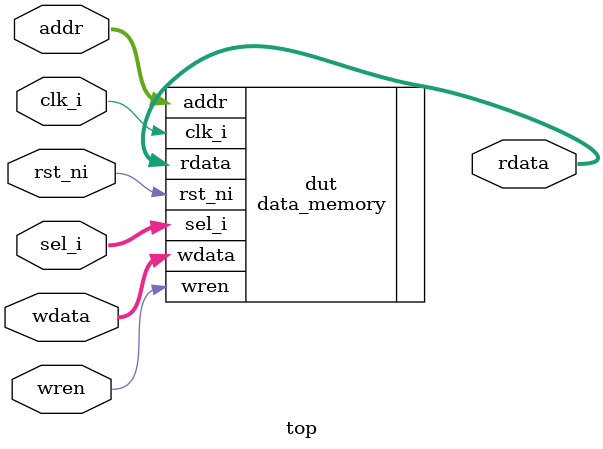
<source format=sv>
module top #(
  parameter DM_ADDRESS = 14
)(
  input logic clk_i,
  input logic rst_ni,
  input logic [2:0] sel_i,    
  input logic wren, // comes from control unit
  input logic [DM_ADDRESS-1:0] addr, // Read / Write address - 14 LSB bits of the ALU output
  input logic [31:0] wdata, // Write Data
  
  output logic [31:0] rdata // Read Data
);

data_memory dut(
  .clk_i(clk_i),
  .rst_ni(rst_ni),
  .sel_i(sel_i),
  .wren(wren),
  .addr(addr),
  .wdata(wdata),
  .rdata(rdata)  
);
 
endmodule : top






</source>
